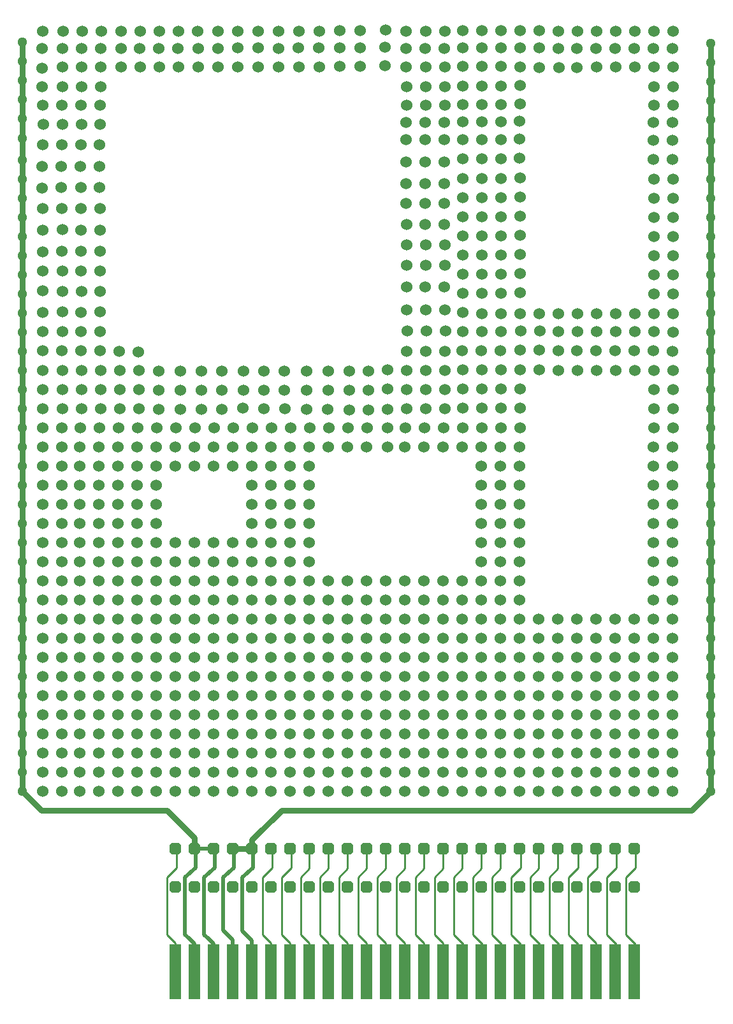
<source format=gbr>
%TF.GenerationSoftware,KiCad,Pcbnew,(6.0.0)*%
%TF.CreationDate,2022-08-25T16:51:24-03:00*%
%TF.ProjectId,BlankMSXCartHSH,426c616e-6b4d-4535-9843-617274485348,rev?*%
%TF.SameCoordinates,Original*%
%TF.FileFunction,Copper,L2,Bot*%
%TF.FilePolarity,Positive*%
%FSLAX46Y46*%
G04 Gerber Fmt 4.6, Leading zero omitted, Abs format (unit mm)*
G04 Created by KiCad (PCBNEW (6.0.0)) date 2022-08-25 16:51:24*
%MOMM*%
%LPD*%
G01*
G04 APERTURE LIST*
G04 Aperture macros list*
%AMOutline5P*
0 Free polygon, 5 corners , with rotation*
0 The origin of the aperture is its center*
0 number of corners: always 5*
0 $1 to $10 corner X, Y*
0 $11 Rotation angle, in degrees counterclockwise*
0 create outline with 5 corners*
4,1,5,$1,$2,$3,$4,$5,$6,$7,$8,$9,$10,$1,$2,$11*%
%AMOutline6P*
0 Free polygon, 6 corners , with rotation*
0 The origin of the aperture is its center*
0 number of corners: always 6*
0 $1 to $12 corner X, Y*
0 $13 Rotation angle, in degrees counterclockwise*
0 create outline with 6 corners*
4,1,6,$1,$2,$3,$4,$5,$6,$7,$8,$9,$10,$11,$12,$1,$2,$13*%
%AMOutline7P*
0 Free polygon, 7 corners , with rotation*
0 The origin of the aperture is its center*
0 number of corners: always 7*
0 $1 to $14 corner X, Y*
0 $15 Rotation angle, in degrees counterclockwise*
0 create outline with 7 corners*
4,1,7,$1,$2,$3,$4,$5,$6,$7,$8,$9,$10,$11,$12,$13,$14,$1,$2,$15*%
%AMOutline8P*
0 Free polygon, 8 corners , with rotation*
0 The origin of the aperture is its center*
0 number of corners: always 8*
0 $1 to $16 corner X, Y*
0 $17 Rotation angle, in degrees counterclockwise*
0 create outline with 8 corners*
4,1,8,$1,$2,$3,$4,$5,$6,$7,$8,$9,$10,$11,$12,$13,$14,$15,$16,$1,$2,$17*%
G04 Aperture macros list end*
%TA.AperFunction,SMDPad,CuDef*%
%ADD10R,1.524000X7.366000*%
%TD*%
%TA.AperFunction,ComponentPad*%
%ADD11Outline8P,-0.800100X0.400050X-0.400050X0.800100X0.400050X0.800100X0.800100X0.400050X0.800100X-0.400050X0.400050X-0.800100X-0.400050X-0.800100X-0.800100X-0.400050X0.000000*%
%TD*%
%TA.AperFunction,ViaPad*%
%ADD12C,1.524000*%
%TD*%
%TA.AperFunction,ViaPad*%
%ADD13C,1.295400*%
%TD*%
%TA.AperFunction,Conductor*%
%ADD14C,0.762000*%
%TD*%
%TA.AperFunction,Conductor*%
%ADD15C,0.254000*%
%TD*%
%TA.AperFunction,Conductor*%
%ADD16C,0.508000*%
%TD*%
G04 APERTURE END LIST*
D10*
%TO.P,CN1,1*%
%TO.N,N$28*%
X140190000Y-178533000D03*
%TO.P,CN1,3*%
%TO.N,N$29*%
X137650000Y-178533000D03*
%TO.P,CN1,5*%
%TO.N,N$30*%
X135110000Y-178533000D03*
%TO.P,CN1,7*%
%TO.N,N$31*%
X132570000Y-178533000D03*
%TO.P,CN1,9*%
%TO.N,N$32*%
X130030000Y-178533000D03*
%TO.P,CN1,11*%
%TO.N,N$33*%
X127490000Y-178533000D03*
%TO.P,CN1,13*%
%TO.N,N$304*%
X124950000Y-178533000D03*
%TO.P,CN1,15*%
%TO.N,N$303*%
X122410000Y-178533000D03*
%TO.P,CN1,17*%
%TO.N,N$302*%
X119870000Y-178533000D03*
%TO.P,CN1,19*%
%TO.N,N$49*%
X117330000Y-178533000D03*
%TO.P,CN1,21*%
%TO.N,N$48*%
X114790000Y-178533000D03*
%TO.P,CN1,23*%
%TO.N,N$47*%
X112250000Y-178533000D03*
%TO.P,CN1,25*%
%TO.N,N$46*%
X109710000Y-178533000D03*
%TO.P,CN1,27*%
%TO.N,N$45*%
X107170000Y-178533000D03*
%TO.P,CN1,29*%
%TO.N,N$44*%
X104630000Y-178533000D03*
%TO.P,CN1,31*%
%TO.N,N$43*%
X102090000Y-178533000D03*
%TO.P,CN1,33*%
%TO.N,N$42*%
X99550000Y-178533000D03*
%TO.P,CN1,35*%
%TO.N,N$41*%
X97010000Y-178533000D03*
%TO.P,CN1,37*%
%TO.N,N$40*%
X94470000Y-178533000D03*
%TO.P,CN1,39*%
%TO.N,N$39*%
X91930000Y-178533000D03*
%TO.P,CN1,41*%
%TO.N,GND*%
X89390000Y-178533000D03*
%TO.P,CN1,43*%
X86850000Y-178533000D03*
%TO.P,CN1,45*%
%TO.N,+5V*%
X84310000Y-178533000D03*
%TO.P,CN1,47*%
X81770000Y-178533000D03*
%TO.P,CN1,49*%
%TO.N,N$34*%
X79230000Y-178533000D03*
%TD*%
D11*
%TO.P,PAD1,1*%
%TO.N,N$1*%
X140190000Y-167230000D03*
%TD*%
%TO.P,PAD2,1*%
%TO.N,N$2*%
X137650000Y-167230000D03*
%TD*%
%TO.P,PAD3,1*%
%TO.N,N$4*%
X135110000Y-167230000D03*
%TD*%
%TO.P,PAD4,1*%
%TO.N,N$6*%
X132570000Y-167230000D03*
%TD*%
%TO.P,PAD5,1*%
%TO.N,N$7*%
X130030000Y-167230000D03*
%TD*%
%TO.P,PAD6,1*%
%TO.N,N$8*%
X127490000Y-167230000D03*
%TD*%
%TO.P,PAD7,1*%
%TO.N,N$9*%
X124950000Y-167230000D03*
%TD*%
%TO.P,PAD8,1*%
%TO.N,N$10*%
X122410000Y-167230000D03*
%TD*%
%TO.P,PAD9,1*%
%TO.N,N$11*%
X119870000Y-167230000D03*
%TD*%
%TO.P,PAD10,1*%
%TO.N,N$12*%
X117330000Y-167230000D03*
%TD*%
%TO.P,PAD11,1*%
%TO.N,N$13*%
X114790000Y-167230000D03*
%TD*%
%TO.P,PAD12,1*%
%TO.N,N$14*%
X112250000Y-167230000D03*
%TD*%
%TO.P,PAD13,1*%
%TO.N,N$15*%
X109710000Y-167230000D03*
%TD*%
%TO.P,PAD14,1*%
%TO.N,N$16*%
X107170000Y-167230000D03*
%TD*%
%TO.P,PAD15,1*%
%TO.N,N$17*%
X104630000Y-167230000D03*
%TD*%
%TO.P,PAD16,1*%
%TO.N,N$18*%
X102090000Y-167230000D03*
%TD*%
%TO.P,PAD17,1*%
%TO.N,N$19*%
X99550000Y-167230000D03*
%TD*%
%TO.P,PAD18,1*%
%TO.N,N$20*%
X97010000Y-167230000D03*
%TD*%
%TO.P,PAD19,1*%
%TO.N,N$21*%
X94470000Y-167230000D03*
%TD*%
%TO.P,PAD20,1*%
%TO.N,N$22*%
X91930000Y-167230000D03*
%TD*%
%TO.P,PAD21,1*%
%TO.N,N$23*%
X89390000Y-167230000D03*
%TD*%
%TO.P,PAD22,1*%
%TO.N,N$24*%
X86850000Y-167230000D03*
%TD*%
%TO.P,PAD23,1*%
%TO.N,N$25*%
X84310000Y-167230000D03*
%TD*%
%TO.P,PAD24,1*%
%TO.N,N$26*%
X81770000Y-167230000D03*
%TD*%
%TO.P,PAD25,1*%
%TO.N,N$27*%
X79230000Y-167230000D03*
%TD*%
%TO.P,PAD26,1*%
%TO.N,N$28*%
X140190000Y-162150000D03*
%TD*%
%TO.P,PAD27,1*%
%TO.N,N$29*%
X137650000Y-162150000D03*
%TD*%
%TO.P,PAD29,1*%
%TO.N,N$31*%
X132570000Y-162150000D03*
%TD*%
%TO.P,PAD30,1*%
%TO.N,N$32*%
X130030000Y-162150000D03*
%TD*%
%TO.P,PAD31,1*%
%TO.N,N$33*%
X127490000Y-162150000D03*
%TD*%
%TO.P,PAD32,1*%
%TO.N,N$34*%
X79230000Y-162150000D03*
%TD*%
%TO.P,PAD33,1*%
%TO.N,+5V*%
X81770000Y-162150000D03*
%TD*%
%TO.P,PAD34,1*%
%TO.N,+5V*%
X84310000Y-162150000D03*
%TD*%
%TO.P,PAD37,1*%
%TO.N,N$39*%
X91930000Y-162150000D03*
%TD*%
%TO.P,PAD38,1*%
%TO.N,N$40*%
X94470000Y-162150000D03*
%TD*%
%TO.P,PAD39,1*%
%TO.N,N$41*%
X97010000Y-162150000D03*
%TD*%
%TO.P,PAD40,1*%
%TO.N,N$42*%
X99550000Y-162150000D03*
%TD*%
%TO.P,PAD41,1*%
%TO.N,N$43*%
X102090000Y-162150000D03*
%TD*%
%TO.P,PAD42,1*%
%TO.N,N$44*%
X104630000Y-162150000D03*
%TD*%
%TO.P,PAD43,1*%
%TO.N,N$45*%
X107170000Y-162150000D03*
%TD*%
%TO.P,PAD44,1*%
%TO.N,N$46*%
X109710000Y-162150000D03*
%TD*%
%TO.P,PAD45,1*%
%TO.N,N$47*%
X112250000Y-162150000D03*
%TD*%
%TO.P,PAD46,1*%
%TO.N,N$48*%
X114790000Y-162150000D03*
%TD*%
%TO.P,PAD47,1*%
%TO.N,N$49*%
X117330000Y-162150000D03*
%TD*%
%TO.P,PAD48,1*%
%TO.N,N$302*%
X119870000Y-162150000D03*
%TD*%
%TO.P,PAD49,1*%
%TO.N,N$303*%
X122410000Y-162150000D03*
%TD*%
%TO.P,PAD50,1*%
%TO.N,N$304*%
X124950000Y-162150000D03*
%TD*%
%TO.P,PAD28,1*%
%TO.N,GND*%
X86850000Y-162150000D03*
%TD*%
%TO.P,PAD35,1*%
%TO.N,GND*%
X89390000Y-162150000D03*
%TD*%
%TO.P,PAD36,1*%
%TO.N,N$30*%
X135110000Y-162150000D03*
%TD*%
D12*
%TO.N,*%
X145240000Y-96160000D03*
X132570000Y-96080000D03*
X135110000Y-96080000D03*
X140190000Y-96080000D03*
X137650000Y-96080000D03*
X130080000Y-96080000D03*
X142730000Y-96080000D03*
X127550000Y-95990000D03*
X125010000Y-95990000D03*
X117360000Y-96070000D03*
X119900000Y-96070000D03*
X122440000Y-96070000D03*
X71760000Y-96100000D03*
X74330000Y-96220000D03*
D13*
%TO.N,+5V*%
X58940000Y-57610000D03*
X58940000Y-65230000D03*
X58940000Y-62690000D03*
X58940000Y-55070000D03*
X58940000Y-60150000D03*
%TO.N,GND*%
X150370000Y-57800000D03*
X150370000Y-65420000D03*
X150370000Y-55260000D03*
X150370000Y-62880000D03*
X150370000Y-60340000D03*
D12*
%TO.N,*%
X130150000Y-93500000D03*
X137720000Y-93500000D03*
X135180000Y-93500000D03*
X140260000Y-93500000D03*
X132640000Y-93500000D03*
X142800000Y-93500000D03*
X127620000Y-93410000D03*
X125080000Y-93410000D03*
%TO.N,unconnected-(U3-Pad3)*%
X127590000Y-98570000D03*
%TO.N,unconnected-(U3-Pad38)*%
X140230000Y-98660000D03*
%TO.N,unconnected-(U3-Pad39)*%
X137690000Y-98660000D03*
%TO.N,unconnected-(U3-Pad1)*%
X132610000Y-98660000D03*
%TO.N,unconnected-(U3-Pad40)*%
X135150000Y-98660000D03*
%TO.N,unconnected-(U3-Pad2)*%
X130120000Y-98660000D03*
%TO.N,*%
X130140000Y-53660000D03*
X130110000Y-55900000D03*
%TO.N,unconnected-(U2-Pad2)*%
X130180000Y-58440000D03*
%TO.N,*%
X125070000Y-53570000D03*
X127610000Y-53570000D03*
X122530000Y-53570000D03*
X119990000Y-53570000D03*
X117450000Y-53570000D03*
X125040000Y-55810000D03*
X127580000Y-55810000D03*
X122500000Y-55810000D03*
X119960000Y-55810000D03*
X117420000Y-55810000D03*
X122510000Y-73170000D03*
X119970000Y-73170000D03*
%TO.N,unconnected-(U2-Pad10)*%
X125010000Y-73130000D03*
%TO.N,*%
X117430000Y-73170000D03*
X119970000Y-78250000D03*
X122510000Y-78250000D03*
%TO.N,unconnected-(U2-Pad11)*%
X125010000Y-75670000D03*
%TO.N,unconnected-(U2-Pad12)*%
X125010000Y-78210000D03*
%TO.N,*%
X117430000Y-75710000D03*
X119970000Y-75710000D03*
X117430000Y-78250000D03*
X122510000Y-75710000D03*
X122510000Y-83330000D03*
X119970000Y-80790000D03*
X117430000Y-80790000D03*
X122510000Y-80790000D03*
%TO.N,unconnected-(U2-Pad13)*%
X125010000Y-80750000D03*
%TO.N,*%
X122510000Y-85870000D03*
X119970000Y-85870000D03*
%TO.N,unconnected-(U2-Pad15)*%
X125010000Y-85830000D03*
%TO.N,*%
X117430000Y-85870000D03*
%TO.N,unconnected-(U2-Pad14)*%
X125010000Y-83290000D03*
%TO.N,*%
X117430000Y-83330000D03*
X119970000Y-83330000D03*
X119970000Y-91130000D03*
X122510000Y-88410000D03*
%TO.N,unconnected-(U2-Pad16)*%
X125010000Y-88370000D03*
%TO.N,unconnected-(U2-Pad17)*%
X125043333Y-91130000D03*
%TO.N,*%
X117430000Y-90950000D03*
X117430000Y-88410000D03*
X119970000Y-88410000D03*
X122510000Y-91130000D03*
X122510000Y-93490000D03*
%TO.N,unconnected-(U2-Pad19)*%
X130109999Y-91130000D03*
%TO.N,unconnected-(U2-Pad18)*%
X127576666Y-91130000D03*
%TO.N,*%
X117430000Y-93490000D03*
X119970000Y-93490000D03*
X119970000Y-101110000D03*
X119970000Y-98570000D03*
X117430000Y-98570000D03*
X122510000Y-98570000D03*
%TO.N,unconnected-(U3-Pad5)*%
X125050000Y-101110000D03*
%TO.N,*%
X117430000Y-101110000D03*
%TO.N,unconnected-(U3-Pad4)*%
X125050000Y-98570000D03*
%TO.N,*%
X122510000Y-101110000D03*
X122510000Y-103650000D03*
X119970000Y-103650000D03*
%TO.N,unconnected-(U3-Pad6)*%
X125050000Y-103650000D03*
%TO.N,*%
X117430000Y-103650000D03*
X122520000Y-58310000D03*
X117440000Y-63360000D03*
X117440000Y-58310000D03*
X117400000Y-65640000D03*
X117400000Y-67980000D03*
%TO.N,unconnected-(U2-Pad4)*%
X125010000Y-58400000D03*
%TO.N,unconnected-(U2-Pad9)*%
X124980000Y-70480000D03*
%TO.N,*%
X122520000Y-60890000D03*
X119980000Y-60890000D03*
%TO.N,unconnected-(U2-Pad3)*%
X127540000Y-58460000D03*
%TO.N,*%
X119940000Y-65640000D03*
X117440000Y-60890000D03*
%TO.N,unconnected-(U2-Pad7)*%
X124980000Y-65600000D03*
%TO.N,*%
X119980000Y-58310000D03*
X119940000Y-67980000D03*
X117400000Y-70520000D03*
X122480000Y-70520000D03*
X119940000Y-70520000D03*
X119980000Y-63360000D03*
X122520000Y-63360000D03*
X122480000Y-67980000D03*
X122480000Y-65640000D03*
%TO.N,unconnected-(U2-Pad8)*%
X124980000Y-67940000D03*
%TO.N,unconnected-(U2-Pad5)*%
X125020000Y-60850000D03*
%TO.N,unconnected-(U2-Pad6)*%
X125020000Y-63320000D03*
%TO.N,*%
X109910000Y-53640000D03*
X140250000Y-53660000D03*
X112480000Y-53640000D03*
X145330000Y-53660000D03*
X142790000Y-53660000D03*
X137710000Y-53660000D03*
X135170000Y-53660000D03*
X132630000Y-53660000D03*
X115020000Y-53640000D03*
X61590000Y-53660000D03*
X66870000Y-53630000D03*
X64340000Y-53630000D03*
X69380000Y-53640000D03*
X107130000Y-53490000D03*
%TO.N,unconnected-(U1-Pad97)*%
X103780000Y-53580000D03*
%TO.N,unconnected-(U1-Pad100)*%
X101060000Y-53580000D03*
%TO.N,unconnected-(U1-Pad103)*%
X98340000Y-53590000D03*
%TO.N,unconnected-(U1-Pad115)*%
X87550000Y-53630000D03*
%TO.N,unconnected-(U1-Pad127)*%
X77090000Y-53640000D03*
%TO.N,unconnected-(U1-Pad118)*%
X84900000Y-53640000D03*
%TO.N,*%
X72030000Y-53640000D03*
%TO.N,unconnected-(U1-Pad109)*%
X92930000Y-53640000D03*
%TO.N,unconnected-(U1-Pad106)*%
X95620000Y-53590000D03*
%TO.N,unconnected-(U1-Pad112)*%
X90240000Y-53610000D03*
%TO.N,unconnected-(U1-Pad121)*%
X82170000Y-53640000D03*
%TO.N,*%
X74550000Y-53640000D03*
%TO.N,unconnected-(U1-Pad124)*%
X79630000Y-53640000D03*
%TO.N,*%
X74360000Y-98700000D03*
X74360000Y-103780000D03*
X74360000Y-101240000D03*
%TO.N,unconnected-(U1-Pad3)*%
X69270000Y-66010000D03*
%TO.N,unconnected-(U1-Pad9)*%
X69150000Y-71610000D03*
%TO.N,unconnected-(U1-Pad6)*%
X69190000Y-68740000D03*
%TO.N,unconnected-(U1-Pad12)*%
X69170000Y-74390000D03*
%TO.N,unconnected-(U1-Pad18)*%
X69230000Y-80040000D03*
%TO.N,unconnected-(U1-Pad15)*%
X69230000Y-77130000D03*
%TO.N,unconnected-(U1-Pad21)*%
X69220000Y-82820000D03*
%TO.N,unconnected-(U1-Pad24)*%
X69220000Y-85480000D03*
%TO.N,unconnected-(U1-Pad27)*%
X69250000Y-88200000D03*
%TO.N,*%
X69240000Y-93480000D03*
%TO.N,unconnected-(U1-Pad30)*%
X69240000Y-90860000D03*
%TO.N,unconnected-(U1-Pad1)*%
X64210000Y-66010000D03*
%TO.N,unconnected-(U1-Pad7)*%
X64090000Y-71610000D03*
%TO.N,unconnected-(U1-Pad4)*%
X64130000Y-68740000D03*
%TO.N,unconnected-(U1-Pad10)*%
X64110000Y-74390000D03*
%TO.N,unconnected-(U1-Pad101)*%
X101030000Y-55820000D03*
%TO.N,unconnected-(U1-Pad104)*%
X98310000Y-55830000D03*
%TO.N,*%
X107120000Y-58230000D03*
%TO.N,unconnected-(U1-Pad105)*%
X98330000Y-58330000D03*
%TO.N,*%
X107100000Y-55730000D03*
%TO.N,unconnected-(U1-Pad98)*%
X103750000Y-55820000D03*
%TO.N,unconnected-(U1-Pad99)*%
X103770000Y-58320000D03*
%TO.N,unconnected-(U1-Pad102)*%
X101050000Y-58320000D03*
%TO.N,*%
X74540000Y-58380000D03*
%TO.N,unconnected-(U1-Pad126)*%
X79620000Y-58380000D03*
%TO.N,unconnected-(U1-Pad128)*%
X77060000Y-55880000D03*
%TO.N,unconnected-(U1-Pad116)*%
X87520000Y-55870000D03*
%TO.N,unconnected-(U1-Pad125)*%
X79600000Y-55880000D03*
%TO.N,*%
X72000000Y-55880000D03*
%TO.N,unconnected-(U1-Pad120)*%
X84890000Y-58380000D03*
%TO.N,unconnected-(U1-Pad110)*%
X92900000Y-55880000D03*
%TO.N,unconnected-(U1-Pad114)*%
X90230000Y-58350000D03*
%TO.N,unconnected-(U1-Pad122)*%
X82280000Y-55880000D03*
%TO.N,*%
X74520000Y-55880000D03*
%TO.N,unconnected-(U1-Pad119)*%
X84870000Y-55880000D03*
%TO.N,unconnected-(U1-Pad123)*%
X82290000Y-58380000D03*
%TO.N,unconnected-(U1-Pad107)*%
X95590000Y-55830000D03*
%TO.N,*%
X77080000Y-58380000D03*
%TO.N,unconnected-(U1-Pad113)*%
X90210000Y-55850000D03*
%TO.N,unconnected-(U1-Pad111)*%
X92920000Y-58380000D03*
%TO.N,unconnected-(U1-Pad117)*%
X87540000Y-58370000D03*
%TO.N,unconnected-(U1-Pad108)*%
X95610000Y-58330000D03*
%TO.N,*%
X72020000Y-58380000D03*
X61560000Y-55900000D03*
X64270000Y-55880000D03*
X66810000Y-55880000D03*
X69350000Y-55880000D03*
X61670000Y-66030000D03*
X61530000Y-71613629D03*
X61580000Y-68700000D03*
X61630000Y-63450000D03*
X61560000Y-61030905D03*
X61560000Y-58532724D03*
X64230000Y-58380000D03*
X69310000Y-60960000D03*
X66770000Y-58380000D03*
%TO.N,unconnected-(U1-Pad2)*%
X66760000Y-66010000D03*
%TO.N,*%
X64180000Y-63430000D03*
X66720000Y-63430000D03*
X66770000Y-60960000D03*
X69310000Y-58380000D03*
X69260000Y-63430000D03*
X64230000Y-60960000D03*
%TO.N,unconnected-(U1-Pad5)*%
X66680000Y-68740000D03*
%TO.N,unconnected-(U1-Pad8)*%
X66640000Y-71610000D03*
%TO.N,*%
X109880000Y-55880000D03*
%TO.N,unconnected-(U1-Pad88)*%
X109910000Y-73890000D03*
%TO.N,unconnected-(U1-Pad82)*%
X109920000Y-79310000D03*
%TO.N,unconnected-(U1-Pad85)*%
X109860000Y-76510000D03*
%TO.N,unconnected-(U1-Pad79)*%
X109940000Y-82000000D03*
%TO.N,unconnected-(U1-Pad73)*%
X109930000Y-87620000D03*
%TO.N,unconnected-(U1-Pad76)*%
X109940000Y-84670000D03*
%TO.N,unconnected-(U1-Pad67)*%
X110050000Y-93420000D03*
%TO.N,unconnected-(U1-Pad70)*%
X109940000Y-90660000D03*
%TO.N,*%
X109940000Y-96110000D03*
%TO.N,unconnected-(U1-Pad91)*%
X109890000Y-70970000D03*
%TO.N,*%
X109950000Y-60960000D03*
X109900000Y-58380000D03*
%TO.N,unconnected-(U1-Pad94)*%
X109910000Y-68050000D03*
%TO.N,*%
X109910000Y-65710000D03*
X109950000Y-63430000D03*
X112470000Y-58380000D03*
%TO.N,unconnected-(U2-Pad38)*%
X140240000Y-58400000D03*
%TO.N,unconnected-(U2-Pad39)*%
X137700000Y-58400000D03*
%TO.N,unconnected-(U2-Pad37)*%
X142780000Y-58400000D03*
%TO.N,unconnected-(U2-Pad1)*%
X132570000Y-58480000D03*
%TO.N,*%
X145320000Y-58400000D03*
%TO.N,unconnected-(U2-Pad35)*%
X142780000Y-63450000D03*
%TO.N,*%
X115010000Y-58380000D03*
%TO.N,unconnected-(U2-Pad40)*%
X135160000Y-58400000D03*
%TO.N,*%
X145320000Y-63450000D03*
%TO.N,unconnected-(U1-Pad95)*%
X114970000Y-65710000D03*
%TO.N,*%
X145320000Y-60980000D03*
%TO.N,unconnected-(U1-Pad90)*%
X112410000Y-70970000D03*
%TO.N,*%
X145280000Y-70610000D03*
%TO.N,unconnected-(U2-Pad32)*%
X142740000Y-70610000D03*
%TO.N,unconnected-(U2-Pad33)*%
X142740000Y-68070000D03*
%TO.N,unconnected-(U2-Pad36)*%
X142780000Y-60980000D03*
%TO.N,*%
X112470000Y-60960000D03*
%TO.N,unconnected-(U1-Pad93)*%
X112430000Y-68050000D03*
%TO.N,*%
X145280000Y-68070000D03*
%TO.N,unconnected-(U1-Pad92)*%
X114970000Y-68050000D03*
%TO.N,*%
X115010000Y-63430000D03*
X112470000Y-63430000D03*
X145280000Y-65730000D03*
%TO.N,unconnected-(U1-Pad96)*%
X112430000Y-65710000D03*
%TO.N,*%
X115010000Y-60960000D03*
%TO.N,unconnected-(U2-Pad34)*%
X142740000Y-65730000D03*
%TO.N,unconnected-(U1-Pad89)*%
X114950000Y-70970000D03*
%TO.N,*%
X145300000Y-55900000D03*
X137680000Y-55900000D03*
X142760000Y-55900000D03*
X135140000Y-55900000D03*
X114990000Y-55880000D03*
X112450000Y-55880000D03*
X140220000Y-55900000D03*
X132600000Y-55900000D03*
X61560000Y-74451810D03*
%TO.N,unconnected-(U1-Pad11)*%
X66660000Y-74390000D03*
%TO.N,unconnected-(U2-Pad31)*%
X142770000Y-73260000D03*
%TO.N,*%
X145310000Y-73260000D03*
%TO.N,unconnected-(U1-Pad87)*%
X112430000Y-73890000D03*
%TO.N,unconnected-(U1-Pad86)*%
X114970000Y-73890000D03*
%TO.N,*%
X61620000Y-77150000D03*
%TO.N,unconnected-(U1-Pad13)*%
X64170000Y-77130000D03*
%TO.N,unconnected-(U1-Pad14)*%
X66720000Y-77130000D03*
%TO.N,unconnected-(U2-Pad30)*%
X142770000Y-75800000D03*
%TO.N,*%
X145310000Y-75800000D03*
%TO.N,unconnected-(U1-Pad84)*%
X112380000Y-76510000D03*
%TO.N,unconnected-(U1-Pad83)*%
X114920000Y-76510000D03*
%TO.N,*%
X61620000Y-80060000D03*
%TO.N,unconnected-(U1-Pad16)*%
X64250000Y-80000000D03*
%TO.N,unconnected-(U1-Pad17)*%
X66720000Y-80040000D03*
%TO.N,unconnected-(U2-Pad29)*%
X142770000Y-78340000D03*
%TO.N,*%
X145310000Y-78340000D03*
%TO.N,unconnected-(U1-Pad81)*%
X112440000Y-79310000D03*
%TO.N,unconnected-(U1-Pad80)*%
X114980000Y-79310000D03*
%TO.N,*%
X61580000Y-82900000D03*
%TO.N,unconnected-(U1-Pad19)*%
X64150000Y-82820000D03*
%TO.N,unconnected-(U1-Pad20)*%
X66710000Y-82820000D03*
%TO.N,unconnected-(U2-Pad28)*%
X142770000Y-80880000D03*
%TO.N,*%
X145310000Y-80880000D03*
%TO.N,unconnected-(U1-Pad78)*%
X112460000Y-82000000D03*
%TO.N,unconnected-(U1-Pad77)*%
X115000000Y-82000000D03*
%TO.N,*%
X61610000Y-85500000D03*
%TO.N,unconnected-(U1-Pad22)*%
X64240000Y-85480000D03*
%TO.N,unconnected-(U1-Pad23)*%
X66710000Y-85480000D03*
%TO.N,unconnected-(U2-Pad27)*%
X142770000Y-83420000D03*
%TO.N,*%
X145310000Y-83420000D03*
%TO.N,unconnected-(U1-Pad75)*%
X112460000Y-84670000D03*
%TO.N,unconnected-(U1-Pad74)*%
X115000000Y-84670000D03*
%TO.N,*%
X61600000Y-88070000D03*
%TO.N,unconnected-(U1-Pad25)*%
X64270000Y-88200000D03*
%TO.N,unconnected-(U1-Pad26)*%
X66740000Y-88200000D03*
%TO.N,unconnected-(U2-Pad26)*%
X142770000Y-85960000D03*
%TO.N,*%
X145310000Y-85960000D03*
%TO.N,unconnected-(U1-Pad72)*%
X112450000Y-87620000D03*
%TO.N,unconnected-(U1-Pad71)*%
X114990000Y-87620000D03*
%TO.N,*%
X61630000Y-90960000D03*
%TO.N,unconnected-(U1-Pad28)*%
X64260000Y-90890000D03*
%TO.N,unconnected-(U1-Pad29)*%
X66730000Y-90940000D03*
%TO.N,unconnected-(U2-Pad25)*%
X142770000Y-88500000D03*
%TO.N,*%
X145310000Y-88500000D03*
%TO.N,unconnected-(U1-Pad69)*%
X112460000Y-90660000D03*
%TO.N,unconnected-(U1-Pad68)*%
X115000000Y-90660000D03*
%TO.N,*%
X61630000Y-93500000D03*
%TO.N,unconnected-(U1-Pad31)*%
X64260000Y-93480000D03*
%TO.N,unconnected-(U1-Pad32)*%
X66730000Y-93480000D03*
%TO.N,unconnected-(U2-Pad24)*%
X142776664Y-91130000D03*
%TO.N,*%
X145310000Y-91130000D03*
%TO.N,unconnected-(U1-Pad66)*%
X112570000Y-93420000D03*
%TO.N,unconnected-(U1-Pad65)*%
X115110000Y-93420000D03*
%TO.N,*%
X61630000Y-96040000D03*
X69270000Y-96020000D03*
X66730000Y-96020000D03*
X64190000Y-96020000D03*
%TO.N,unconnected-(U2-Pad23)*%
X140243331Y-91130000D03*
%TO.N,*%
X145310000Y-93580000D03*
%TO.N,unconnected-(U2-Pad21)*%
X135176665Y-91130000D03*
%TO.N,unconnected-(U2-Pad22)*%
X137709998Y-91130000D03*
%TO.N,unconnected-(U2-Pad20)*%
X132643332Y-91130000D03*
%TO.N,*%
X112460000Y-96110000D03*
X115000000Y-96110000D03*
X61640000Y-98660000D03*
X69280000Y-98640000D03*
X66740000Y-98640000D03*
X64200000Y-98640000D03*
%TO.N,unconnected-(U3-Pad37)*%
X142770000Y-98660000D03*
%TO.N,*%
X145310000Y-98660000D03*
X112460000Y-98640000D03*
X115000000Y-98640000D03*
X109920000Y-98640000D03*
X107430000Y-98600000D03*
%TO.N,unconnected-(U1-Pad62)*%
X102330000Y-98740000D03*
%TO.N,*%
X104870000Y-98730000D03*
%TO.N,unconnected-(U1-Pad56)*%
X96670000Y-98720000D03*
%TO.N,unconnected-(U1-Pad59)*%
X99520000Y-98740000D03*
%TO.N,unconnected-(U1-Pad50)*%
X91000000Y-98730000D03*
%TO.N,unconnected-(U1-Pad53)*%
X93710000Y-98720000D03*
%TO.N,unconnected-(U1-Pad44)*%
X85380000Y-98740000D03*
%TO.N,unconnected-(U1-Pad47)*%
X88260000Y-98750000D03*
%TO.N,unconnected-(U1-Pad38)*%
X79880000Y-98780000D03*
%TO.N,unconnected-(U1-Pad41)*%
X82720000Y-98780000D03*
%TO.N,*%
X71820000Y-98640000D03*
%TO.N,unconnected-(U1-Pad35)*%
X77010000Y-98780000D03*
%TO.N,*%
X61640000Y-101200000D03*
X69280000Y-101180000D03*
X66740000Y-101180000D03*
X64200000Y-101180000D03*
%TO.N,unconnected-(U3-Pad36)*%
X142770000Y-101200000D03*
%TO.N,*%
X145310000Y-101200000D03*
X112460000Y-101180000D03*
X115000000Y-101180000D03*
X109920000Y-101180000D03*
X107430000Y-101140000D03*
%TO.N,unconnected-(U1-Pad61)*%
X102330000Y-101280000D03*
%TO.N,unconnected-(U1-Pad64)*%
X104870000Y-101270000D03*
%TO.N,unconnected-(U1-Pad55)*%
X96670000Y-101260000D03*
%TO.N,unconnected-(U1-Pad58)*%
X99520000Y-101280000D03*
%TO.N,unconnected-(U1-Pad49)*%
X91000000Y-101270000D03*
%TO.N,unconnected-(U1-Pad52)*%
X93710000Y-101260000D03*
%TO.N,unconnected-(U1-Pad43)*%
X85380000Y-101280000D03*
%TO.N,unconnected-(U1-Pad46)*%
X88260000Y-101290000D03*
%TO.N,unconnected-(U1-Pad37)*%
X79880000Y-101320000D03*
%TO.N,unconnected-(U1-Pad40)*%
X82720000Y-101320000D03*
%TO.N,*%
X71820000Y-101180000D03*
%TO.N,unconnected-(U1-Pad34)*%
X77010000Y-101320000D03*
%TO.N,*%
X61640000Y-103740000D03*
X69280000Y-103720000D03*
X66740000Y-103720000D03*
X64200000Y-103720000D03*
%TO.N,unconnected-(U3-Pad35)*%
X142770000Y-103740000D03*
%TO.N,*%
X145310000Y-103740000D03*
X112460000Y-103720000D03*
X115000000Y-103720000D03*
X109920000Y-103720000D03*
X107430000Y-103810000D03*
%TO.N,unconnected-(U1-Pad60)*%
X102350000Y-103950000D03*
%TO.N,unconnected-(U1-Pad63)*%
X104890000Y-103950000D03*
%TO.N,unconnected-(U1-Pad54)*%
X96650000Y-103830000D03*
%TO.N,unconnected-(U1-Pad57)*%
X99500000Y-103800000D03*
%TO.N,unconnected-(U1-Pad48)*%
X91030000Y-103710000D03*
%TO.N,unconnected-(U1-Pad51)*%
X93750000Y-103760000D03*
%TO.N,unconnected-(U1-Pad42)*%
X85380000Y-103820000D03*
%TO.N,unconnected-(U1-Pad45)*%
X88230000Y-103680000D03*
%TO.N,unconnected-(U1-Pad36)*%
X79880000Y-103860000D03*
%TO.N,unconnected-(U1-Pad39)*%
X82720000Y-103860000D03*
%TO.N,*%
X71820000Y-103720000D03*
%TO.N,unconnected-(U1-Pad33)*%
X77010000Y-103860000D03*
%TO.N,*%
X74190000Y-106280000D03*
X71650000Y-106280000D03*
X69110000Y-106280000D03*
X66570000Y-106280000D03*
X64160000Y-106280000D03*
X61640000Y-106280000D03*
X84350000Y-106280000D03*
X81810000Y-106280000D03*
X79270000Y-106280000D03*
X76730000Y-106280000D03*
%TO.N,unconnected-(U3-Pad34)*%
X142770000Y-106280000D03*
%TO.N,*%
X145310000Y-106280000D03*
X122450000Y-106280000D03*
%TO.N,unconnected-(U3-Pad7)*%
X124990000Y-106280000D03*
%TO.N,*%
X117370000Y-106280000D03*
X119910000Y-106280000D03*
X112290000Y-106280000D03*
X114830000Y-106280000D03*
X107430000Y-106280000D03*
X109750000Y-106280000D03*
X102130000Y-106280000D03*
X104670000Y-106280000D03*
X97050000Y-106280000D03*
X99590000Y-106280000D03*
X91970000Y-106280000D03*
X94510000Y-106280000D03*
X86890000Y-106280000D03*
X89430000Y-106280000D03*
X74150000Y-108810000D03*
X71610000Y-108810000D03*
X69070000Y-108810000D03*
X66530000Y-108810000D03*
X64120000Y-108810000D03*
X61600000Y-108810000D03*
X84310000Y-108810000D03*
X81770000Y-108810000D03*
X79230000Y-108810000D03*
X76690000Y-108810000D03*
%TO.N,unconnected-(U3-Pad33)*%
X142730000Y-108810000D03*
%TO.N,*%
X145270000Y-108810000D03*
X122410000Y-108810000D03*
%TO.N,unconnected-(U3-Pad8)*%
X124950000Y-108810000D03*
%TO.N,unconnected-(U5-Pad15)*%
X117330000Y-108810000D03*
%TO.N,unconnected-(U5-Pad14)*%
X119870000Y-108810000D03*
%TO.N,unconnected-(U5-Pad17)*%
X112250000Y-108810000D03*
%TO.N,unconnected-(U5-Pad16)*%
X114790000Y-108810000D03*
%TO.N,unconnected-(U5-Pad19)*%
X107430000Y-108810000D03*
%TO.N,unconnected-(U5-Pad18)*%
X109710000Y-108810000D03*
%TO.N,unconnected-(U5-Pad21)*%
X102090000Y-108810000D03*
%TO.N,unconnected-(U5-Pad20)*%
X104630000Y-108810000D03*
%TO.N,unconnected-(U5-Pad23)*%
X97010000Y-108810000D03*
%TO.N,unconnected-(U5-Pad22)*%
X99550000Y-108810000D03*
%TO.N,*%
X91930000Y-108810000D03*
X94470000Y-108810000D03*
X86850000Y-108810000D03*
X89390000Y-108810000D03*
X74150000Y-111350000D03*
X71610000Y-111350000D03*
X69070000Y-111350000D03*
X66530000Y-111350000D03*
X64120000Y-111350000D03*
X61600000Y-111350000D03*
X79230000Y-111330000D03*
%TO.N,unconnected-(U4-Pad6)*%
X76690000Y-111330000D03*
%TO.N,*%
X94460000Y-111400000D03*
X91920000Y-111400000D03*
%TO.N,unconnected-(U3-Pad32)*%
X142730000Y-111350000D03*
%TO.N,*%
X145270000Y-111350000D03*
X122410000Y-111350000D03*
%TO.N,unconnected-(U3-Pad9)*%
X124950000Y-111350000D03*
%TO.N,unconnected-(U5-Pad13)*%
X119870000Y-111350000D03*
%TO.N,unconnected-(U5-Pad24)*%
X97010000Y-111350000D03*
%TO.N,*%
X86850000Y-111330000D03*
%TO.N,unconnected-(U4-Pad5)*%
X89390000Y-111330000D03*
%TO.N,*%
X81770000Y-111330000D03*
X84310000Y-111330000D03*
X74150000Y-113890000D03*
X71610000Y-113890000D03*
X69070000Y-113890000D03*
X66530000Y-113890000D03*
X64120000Y-113890000D03*
X61600000Y-113890000D03*
%TO.N,unconnected-(U4-Pad7)*%
X76690000Y-113870000D03*
%TO.N,*%
X94460000Y-113940000D03*
X91920000Y-113940000D03*
%TO.N,unconnected-(U3-Pad31)*%
X142730000Y-113890000D03*
%TO.N,*%
X145270000Y-113890000D03*
X122410000Y-113890000D03*
%TO.N,unconnected-(U3-Pad10)*%
X124950000Y-113890000D03*
%TO.N,*%
X119870000Y-113890000D03*
X97010000Y-113890000D03*
%TO.N,unconnected-(U4-Pad4)*%
X89390000Y-113870000D03*
%TO.N,*%
X74150000Y-116430000D03*
X71610000Y-116430000D03*
X69070000Y-116430000D03*
X66530000Y-116430000D03*
X64120000Y-116430000D03*
X61600000Y-116430000D03*
%TO.N,unconnected-(U4-Pad8)*%
X76690000Y-116410000D03*
%TO.N,*%
X94460000Y-116480000D03*
X91920000Y-116480000D03*
%TO.N,unconnected-(U3-Pad30)*%
X142730000Y-116430000D03*
%TO.N,*%
X145270000Y-116430000D03*
X122410000Y-116430000D03*
%TO.N,unconnected-(U3-Pad11)*%
X124950000Y-116430000D03*
%TO.N,*%
X119870000Y-116430000D03*
X97010000Y-116430000D03*
X89390000Y-116410000D03*
X74150000Y-118970000D03*
X71610000Y-118970000D03*
X69070000Y-118970000D03*
X66530000Y-118970000D03*
X64120000Y-118970000D03*
X61600000Y-118970000D03*
%TO.N,unconnected-(U4-Pad9)*%
X76690000Y-118950000D03*
%TO.N,*%
X94460000Y-119020000D03*
X91920000Y-119020000D03*
%TO.N,unconnected-(U3-Pad29)*%
X142730000Y-118970000D03*
%TO.N,*%
X145270000Y-118970000D03*
X122410000Y-118970000D03*
%TO.N,unconnected-(U3-Pad12)*%
X124950000Y-118970000D03*
%TO.N,*%
X119870000Y-118970000D03*
X97010000Y-118970000D03*
X89390000Y-118950000D03*
X74150000Y-121510000D03*
X71610000Y-121510000D03*
X69070000Y-121510000D03*
X66530000Y-121510000D03*
X64120000Y-121510000D03*
X61600000Y-121510000D03*
X79230000Y-121490000D03*
%TO.N,unconnected-(U4-Pad10)*%
X76690000Y-121490000D03*
%TO.N,*%
X94460000Y-121560000D03*
X91920000Y-121560000D03*
%TO.N,unconnected-(U3-Pad28)*%
X142730000Y-121510000D03*
%TO.N,*%
X145270000Y-121510000D03*
X122410000Y-121510000D03*
%TO.N,unconnected-(U3-Pad13)*%
X124950000Y-121510000D03*
%TO.N,*%
X119870000Y-121510000D03*
X97010000Y-121510000D03*
X86850000Y-121490000D03*
%TO.N,unconnected-(U4-Pad1)*%
X89390000Y-121490000D03*
%TO.N,*%
X81770000Y-121490000D03*
X84310000Y-121490000D03*
X74150000Y-124050000D03*
X71610000Y-124050000D03*
X69070000Y-124050000D03*
X66530000Y-124050000D03*
X64120000Y-124050000D03*
X61600000Y-124050000D03*
X84310000Y-124050000D03*
X81770000Y-124050000D03*
X79230000Y-124050000D03*
X76690000Y-124050000D03*
%TO.N,unconnected-(U3-Pad27)*%
X142730000Y-124050000D03*
%TO.N,*%
X145270000Y-124050000D03*
X122410000Y-124050000D03*
%TO.N,unconnected-(U3-Pad14)*%
X124950000Y-124050000D03*
%TO.N,unconnected-(U5-Pad12)*%
X119870000Y-124050000D03*
%TO.N,unconnected-(U5-Pad1)*%
X97010000Y-124050000D03*
%TO.N,*%
X91930000Y-124050000D03*
X94470000Y-124050000D03*
X86850000Y-124050000D03*
X89390000Y-124050000D03*
X74150000Y-126590000D03*
X71610000Y-126590000D03*
X69070000Y-126590000D03*
X66530000Y-126590000D03*
X64120000Y-126590000D03*
X61600000Y-126590000D03*
X84310000Y-126590000D03*
X81770000Y-126590000D03*
X79230000Y-126590000D03*
X76690000Y-126590000D03*
%TO.N,unconnected-(U3-Pad26)*%
X142730000Y-126590000D03*
%TO.N,*%
X145270000Y-126590000D03*
X122410000Y-126590000D03*
%TO.N,unconnected-(U3-Pad15)*%
X124950000Y-126590000D03*
%TO.N,unconnected-(U5-Pad10)*%
X117330000Y-126590000D03*
%TO.N,unconnected-(U5-Pad11)*%
X119870000Y-126590000D03*
%TO.N,unconnected-(U5-Pad8)*%
X112250000Y-126590000D03*
%TO.N,unconnected-(U5-Pad9)*%
X114790000Y-126590000D03*
%TO.N,unconnected-(U5-Pad6)*%
X107170000Y-126590000D03*
%TO.N,unconnected-(U5-Pad7)*%
X109710000Y-126590000D03*
%TO.N,unconnected-(U5-Pad4)*%
X102090000Y-126590000D03*
%TO.N,unconnected-(U5-Pad5)*%
X104630000Y-126590000D03*
%TO.N,unconnected-(U5-Pad2)*%
X97010000Y-126590000D03*
%TO.N,unconnected-(U5-Pad3)*%
X99550000Y-126590000D03*
%TO.N,*%
X91930000Y-126590000D03*
X94470000Y-126590000D03*
X86850000Y-126590000D03*
X89390000Y-126590000D03*
X74150000Y-129130000D03*
X71610000Y-129130000D03*
X69070000Y-129130000D03*
X66530000Y-129130000D03*
X64120000Y-129130000D03*
X61600000Y-129130000D03*
X84310000Y-129130000D03*
X81770000Y-129130000D03*
X79230000Y-129130000D03*
X76690000Y-129130000D03*
%TO.N,unconnected-(U3-Pad25)*%
X142730000Y-129130000D03*
%TO.N,*%
X145270000Y-129130000D03*
X122410000Y-129130000D03*
%TO.N,unconnected-(U3-Pad16)*%
X124950000Y-129130000D03*
%TO.N,*%
X117330000Y-129130000D03*
X119870000Y-129130000D03*
X112250000Y-129130000D03*
X114790000Y-129130000D03*
X107170000Y-129130000D03*
X109710000Y-129130000D03*
X102090000Y-129130000D03*
X104630000Y-129130000D03*
X97010000Y-129130000D03*
X99550000Y-129130000D03*
X91930000Y-129130000D03*
X94470000Y-129130000D03*
X86850000Y-129130000D03*
X89390000Y-129130000D03*
X74150000Y-131670000D03*
X71610000Y-131670000D03*
X69070000Y-131670000D03*
X66530000Y-131670000D03*
X64120000Y-131670000D03*
X61600000Y-131670000D03*
X84310000Y-131670000D03*
X81770000Y-131670000D03*
X79230000Y-131670000D03*
X76690000Y-131670000D03*
%TO.N,unconnected-(U3-Pad24)*%
X142730000Y-131670000D03*
%TO.N,*%
X145270000Y-131670000D03*
%TO.N,unconnected-(U3-Pad22)*%
X137650000Y-131670000D03*
%TO.N,unconnected-(U3-Pad23)*%
X140190000Y-131670000D03*
%TO.N,unconnected-(U3-Pad20)*%
X132570000Y-131670000D03*
%TO.N,unconnected-(U3-Pad21)*%
X135110000Y-131670000D03*
%TO.N,unconnected-(U3-Pad18)*%
X127490000Y-131670000D03*
%TO.N,unconnected-(U3-Pad19)*%
X130030000Y-131670000D03*
%TO.N,*%
X122410000Y-131670000D03*
%TO.N,unconnected-(U3-Pad17)*%
X124950000Y-131670000D03*
%TO.N,*%
X117330000Y-131670000D03*
X119870000Y-131670000D03*
X112250000Y-131670000D03*
X114790000Y-131670000D03*
X107170000Y-131670000D03*
X109710000Y-131670000D03*
X102090000Y-131670000D03*
X104630000Y-131670000D03*
X97010000Y-131670000D03*
X99550000Y-131670000D03*
X91930000Y-131670000D03*
X94470000Y-131670000D03*
X86850000Y-131670000D03*
X89390000Y-131670000D03*
X74150000Y-134210000D03*
X71610000Y-134210000D03*
X69070000Y-134210000D03*
X66530000Y-134210000D03*
X64120000Y-134210000D03*
X61600000Y-134210000D03*
X84310000Y-134210000D03*
X81770000Y-134210000D03*
X79230000Y-134210000D03*
X76690000Y-134210000D03*
X142730000Y-134210000D03*
X145270000Y-134210000D03*
X137650000Y-134210000D03*
X140190000Y-134210000D03*
X132570000Y-134210000D03*
X135110000Y-134210000D03*
X127490000Y-134210000D03*
X130030000Y-134210000D03*
X122410000Y-134210000D03*
X124950000Y-134210000D03*
X117330000Y-134210000D03*
X119870000Y-134210000D03*
X112250000Y-134210000D03*
X114790000Y-134210000D03*
X107170000Y-134210000D03*
X109710000Y-134210000D03*
X102090000Y-134210000D03*
X104630000Y-134210000D03*
X97010000Y-134210000D03*
X99550000Y-134210000D03*
X91930000Y-134210000D03*
X94470000Y-134210000D03*
X86850000Y-134210000D03*
X89390000Y-134210000D03*
X74150000Y-136750000D03*
X71610000Y-136750000D03*
X69070000Y-136750000D03*
X66530000Y-136750000D03*
X64120000Y-136750000D03*
X61600000Y-136750000D03*
X84310000Y-136750000D03*
X81770000Y-136750000D03*
X79230000Y-136750000D03*
X76690000Y-136750000D03*
X142730000Y-136750000D03*
X145270000Y-136750000D03*
X137650000Y-136750000D03*
X140190000Y-136750000D03*
X132570000Y-136750000D03*
X135110000Y-136750000D03*
X127490000Y-136750000D03*
X130030000Y-136750000D03*
X122410000Y-136750000D03*
X124950000Y-136750000D03*
X117330000Y-136750000D03*
X119870000Y-136750000D03*
X112250000Y-136750000D03*
X114790000Y-136750000D03*
X107170000Y-136750000D03*
X109710000Y-136750000D03*
X102090000Y-136750000D03*
X104630000Y-136750000D03*
X97010000Y-136750000D03*
X99550000Y-136750000D03*
X91930000Y-136750000D03*
X94470000Y-136750000D03*
X86850000Y-136750000D03*
X89390000Y-136750000D03*
X74150000Y-139290000D03*
X71610000Y-139290000D03*
X69070000Y-139290000D03*
X66530000Y-139290000D03*
X64120000Y-139290000D03*
X61600000Y-139290000D03*
X84310000Y-139290000D03*
X81770000Y-139290000D03*
X79230000Y-139290000D03*
X76690000Y-139290000D03*
X142730000Y-139290000D03*
X145270000Y-139290000D03*
X137650000Y-139290000D03*
X140190000Y-139290000D03*
X132570000Y-139290000D03*
X135110000Y-139290000D03*
X127490000Y-139290000D03*
X130030000Y-139290000D03*
X122410000Y-139290000D03*
X124950000Y-139290000D03*
X117330000Y-139290000D03*
X119870000Y-139290000D03*
X112250000Y-139290000D03*
X114790000Y-139290000D03*
X107170000Y-139290000D03*
X109710000Y-139290000D03*
X102090000Y-139290000D03*
X104630000Y-139290000D03*
X97010000Y-139290000D03*
X99550000Y-139290000D03*
X91930000Y-139290000D03*
X94470000Y-139290000D03*
X86850000Y-139290000D03*
X89390000Y-139290000D03*
X74150000Y-141830000D03*
X71610000Y-141830000D03*
X69070000Y-141830000D03*
X66530000Y-141830000D03*
X64120000Y-141830000D03*
X61600000Y-141830000D03*
X84310000Y-141830000D03*
X81770000Y-141830000D03*
X79230000Y-141830000D03*
X76690000Y-141830000D03*
X142730000Y-141830000D03*
X145270000Y-141830000D03*
X137650000Y-141830000D03*
X140190000Y-141830000D03*
X132570000Y-141830000D03*
X135110000Y-141830000D03*
X127490000Y-141830000D03*
X130030000Y-141830000D03*
X122410000Y-141830000D03*
X124950000Y-141830000D03*
X117330000Y-141830000D03*
X119870000Y-141830000D03*
X112250000Y-141830000D03*
X114790000Y-141830000D03*
X107170000Y-141830000D03*
X109710000Y-141830000D03*
X102090000Y-141830000D03*
X104630000Y-141830000D03*
X97010000Y-141830000D03*
X99550000Y-141830000D03*
X91930000Y-141830000D03*
X94470000Y-141830000D03*
X86850000Y-141830000D03*
X89390000Y-141830000D03*
X74150000Y-144370000D03*
X71610000Y-144370000D03*
X69070000Y-144370000D03*
X66530000Y-144370000D03*
X64120000Y-144370000D03*
X61600000Y-144370000D03*
X84310000Y-144370000D03*
X81770000Y-144370000D03*
X79230000Y-144370000D03*
X76690000Y-144370000D03*
X142730000Y-144370000D03*
X145270000Y-144370000D03*
X137650000Y-144370000D03*
X140190000Y-144370000D03*
X132570000Y-144370000D03*
X135110000Y-144370000D03*
X127490000Y-144370000D03*
X130030000Y-144370000D03*
X122410000Y-144370000D03*
X124950000Y-144370000D03*
X117330000Y-144370000D03*
X119870000Y-144370000D03*
X112250000Y-144370000D03*
X114790000Y-144370000D03*
X107170000Y-144370000D03*
X109710000Y-144370000D03*
X102090000Y-144370000D03*
X104630000Y-144370000D03*
X97010000Y-144370000D03*
X99550000Y-144370000D03*
X91930000Y-144370000D03*
X94470000Y-144370000D03*
X86850000Y-144370000D03*
X89390000Y-144370000D03*
X74150000Y-146910000D03*
X71610000Y-146910000D03*
X69070000Y-146910000D03*
X66530000Y-146910000D03*
X64120000Y-146910000D03*
X61600000Y-146910000D03*
X84310000Y-146910000D03*
X81770000Y-146910000D03*
X79230000Y-146910000D03*
X76690000Y-146910000D03*
X142730000Y-146910000D03*
X145270000Y-146910000D03*
X137650000Y-146910000D03*
X140190000Y-146910000D03*
X132570000Y-146910000D03*
X135110000Y-146910000D03*
X127490000Y-146910000D03*
X130030000Y-146910000D03*
X122410000Y-146910000D03*
X124950000Y-146910000D03*
X117330000Y-146910000D03*
X119870000Y-146910000D03*
X112250000Y-146910000D03*
X114790000Y-146910000D03*
X107170000Y-146910000D03*
X109710000Y-146910000D03*
X102090000Y-146910000D03*
X104630000Y-146910000D03*
X97010000Y-146910000D03*
X99550000Y-146910000D03*
X91930000Y-146910000D03*
X94470000Y-146910000D03*
X86850000Y-146910000D03*
X89390000Y-146910000D03*
X74150000Y-149450000D03*
X71610000Y-149450000D03*
X69070000Y-149450000D03*
X66530000Y-149450000D03*
X64120000Y-149450000D03*
X61600000Y-149450000D03*
X84310000Y-149450000D03*
X81770000Y-149450000D03*
X79230000Y-149450000D03*
X76690000Y-149450000D03*
X142730000Y-149450000D03*
X145270000Y-149450000D03*
X137650000Y-149450000D03*
X140190000Y-149450000D03*
X132570000Y-149450000D03*
X135110000Y-149450000D03*
X127490000Y-149450000D03*
X130030000Y-149450000D03*
X122410000Y-149450000D03*
X124950000Y-149450000D03*
X117330000Y-149450000D03*
X119870000Y-149450000D03*
X112250000Y-149450000D03*
X114790000Y-149450000D03*
X107170000Y-149450000D03*
X109710000Y-149450000D03*
X102090000Y-149450000D03*
X104630000Y-149450000D03*
X97010000Y-149450000D03*
X99550000Y-149450000D03*
X91930000Y-149450000D03*
X94470000Y-149450000D03*
X86850000Y-149450000D03*
X89390000Y-149450000D03*
X74150000Y-151990000D03*
X71610000Y-151990000D03*
X69070000Y-151990000D03*
X66530000Y-151990000D03*
X64120000Y-151990000D03*
X61600000Y-151990000D03*
X84310000Y-151990000D03*
X81770000Y-151990000D03*
X79230000Y-151990000D03*
X76690000Y-151990000D03*
X142730000Y-151990000D03*
X145270000Y-151990000D03*
X137650000Y-151990000D03*
X140190000Y-151990000D03*
X132570000Y-151990000D03*
X135110000Y-151990000D03*
X127490000Y-151990000D03*
X130030000Y-151990000D03*
X122410000Y-151990000D03*
X124950000Y-151990000D03*
X117330000Y-151990000D03*
X119870000Y-151990000D03*
X112250000Y-151990000D03*
X114790000Y-151990000D03*
X107170000Y-151990000D03*
X109710000Y-151990000D03*
X102090000Y-151990000D03*
X104630000Y-151990000D03*
X97010000Y-151990000D03*
X99550000Y-151990000D03*
X91930000Y-151990000D03*
X94470000Y-151990000D03*
X86850000Y-151990000D03*
X89390000Y-151990000D03*
X74150000Y-154530000D03*
X71610000Y-154530000D03*
X69070000Y-154530000D03*
X66530000Y-154530000D03*
X64120000Y-154530000D03*
X61600000Y-154530000D03*
X84310000Y-154530000D03*
X81770000Y-154530000D03*
X79230000Y-154530000D03*
X76690000Y-154530000D03*
X142730000Y-154530000D03*
X145270000Y-154530000D03*
X137650000Y-154530000D03*
X140190000Y-154530000D03*
X132570000Y-154530000D03*
X135110000Y-154530000D03*
X127490000Y-154530000D03*
X130030000Y-154530000D03*
X122410000Y-154530000D03*
X124950000Y-154530000D03*
X117330000Y-154530000D03*
X119870000Y-154530000D03*
X112250000Y-154530000D03*
X114790000Y-154530000D03*
X107170000Y-154530000D03*
X109710000Y-154530000D03*
X102090000Y-154530000D03*
X104630000Y-154530000D03*
X97010000Y-154530000D03*
X99550000Y-154530000D03*
X91930000Y-154530000D03*
X94470000Y-154530000D03*
X86850000Y-154530000D03*
X89390000Y-154530000D03*
D13*
%TO.N,+5V*%
X58910000Y-88490000D03*
X58910000Y-91030000D03*
X58910000Y-93570000D03*
X58910000Y-96110000D03*
X58910000Y-98650000D03*
X58910000Y-101190000D03*
X58910000Y-103730000D03*
X58910000Y-106270000D03*
X58910000Y-108810000D03*
X58910000Y-111350000D03*
X58910000Y-113890000D03*
X58910000Y-116430000D03*
X58910000Y-118970000D03*
X58910000Y-121510000D03*
X58910000Y-124050000D03*
X58910000Y-126590000D03*
X58910000Y-129130000D03*
X58910000Y-131670000D03*
X58910000Y-67890000D03*
X58910000Y-70710000D03*
X58910000Y-73250000D03*
X58910000Y-75790000D03*
X58910000Y-78330000D03*
X58910000Y-80870000D03*
X58910000Y-83410000D03*
X58910000Y-85950000D03*
X58910000Y-134210000D03*
X58910000Y-136750000D03*
X58910000Y-139290000D03*
X58910000Y-141830000D03*
X58910000Y-144370000D03*
X58910000Y-146910000D03*
X58910000Y-149450000D03*
X58910000Y-151990000D03*
X58910000Y-154530000D03*
%TO.N,GND*%
X150350000Y-96110000D03*
X150350000Y-98650000D03*
X150350000Y-101190000D03*
X150350000Y-103730000D03*
X150350000Y-106270000D03*
X150350000Y-108810000D03*
X150350000Y-111350000D03*
X150350000Y-113890000D03*
X150350000Y-116430000D03*
X150350000Y-118970000D03*
X150350000Y-121510000D03*
X150350000Y-124050000D03*
X150350000Y-80870000D03*
X150350000Y-83410000D03*
X150350000Y-85950000D03*
X150350000Y-88490000D03*
X150350000Y-91030000D03*
X150350000Y-93570000D03*
X150350000Y-68170000D03*
X150350000Y-70710000D03*
X150350000Y-73250000D03*
X150350000Y-75790000D03*
X150350000Y-78330000D03*
X150350000Y-126590000D03*
X150350000Y-129130000D03*
X150350000Y-131670000D03*
X150350000Y-134210000D03*
X150350000Y-136750000D03*
X150350000Y-139290000D03*
X150350000Y-141830000D03*
X150350000Y-144370000D03*
X150350000Y-146910000D03*
X150350000Y-149450000D03*
X150350000Y-151990000D03*
X150350000Y-154530000D03*
%TD*%
D14*
%TO.N,+5V*%
X58910000Y-67890000D02*
X58910000Y-65260000D01*
X58910000Y-65260000D02*
X58940000Y-65230000D01*
X58910000Y-67890000D02*
X58910000Y-70710000D01*
X58910000Y-78330000D02*
X58910000Y-80870000D01*
X58910000Y-75790000D02*
X58910000Y-78330000D01*
X58910000Y-73250000D02*
X58910000Y-75790000D01*
X58940000Y-62690000D02*
X58940000Y-65230000D01*
X58940000Y-65370000D02*
X59080000Y-65230000D01*
X58940000Y-60150000D02*
X58940000Y-57610000D01*
X58940000Y-62690000D02*
X58940000Y-60150000D01*
X58940000Y-57610000D02*
X58940000Y-55070000D01*
%TO.N,GND*%
X150370000Y-68150000D02*
X150350000Y-68170000D01*
X150370000Y-65420000D02*
X150370000Y-68150000D01*
X150370000Y-65420000D02*
X150370000Y-62880000D01*
X150370000Y-62880000D02*
X150370000Y-60340000D01*
X150370000Y-60340000D02*
X150370000Y-57800000D01*
X150370000Y-57800000D02*
X150370000Y-55260000D01*
D15*
%TO.N,N$39*%
X90800000Y-173580000D02*
X91930000Y-174710000D01*
X90800000Y-165960000D02*
X90800000Y-173580000D01*
X92070000Y-162150000D02*
X92070000Y-164690000D01*
X91930000Y-174710000D02*
X91930000Y-178533000D01*
X91930000Y-162150000D02*
X92070000Y-162150000D01*
X92070000Y-164690000D02*
X90800000Y-165960000D01*
%TO.N,N$42*%
X98420000Y-173580000D02*
X99550000Y-174710000D01*
X98420000Y-165960000D02*
X98420000Y-173580000D01*
X99550000Y-164830000D02*
X98420000Y-165960000D01*
X99550000Y-174710000D02*
X99550000Y-178533000D01*
X99550000Y-162150000D02*
X99550000Y-164830000D01*
%TO.N,N$43*%
X100960000Y-173580000D02*
X102090000Y-174710000D01*
X102090000Y-174710000D02*
X102090000Y-178533000D01*
X100960000Y-165960000D02*
X100960000Y-173580000D01*
X102090000Y-164830000D02*
X100960000Y-165960000D01*
X102090000Y-162150000D02*
X102090000Y-164830000D01*
%TO.N,N$44*%
X104630000Y-174710000D02*
X104630000Y-178533000D01*
X103500000Y-173580000D02*
X104630000Y-174710000D01*
X103500000Y-165960000D02*
X103500000Y-173580000D01*
X104630000Y-164830000D02*
X103500000Y-165960000D01*
X104630000Y-162150000D02*
X104630000Y-164830000D01*
%TO.N,N$45*%
X106040000Y-173580000D02*
X107170000Y-174710000D01*
X107170000Y-174710000D02*
X107170000Y-178533000D01*
X107170000Y-164830000D02*
X106040000Y-165960000D01*
X107170000Y-162150000D02*
X107170000Y-164830000D01*
X106040000Y-165960000D02*
X106040000Y-173580000D01*
%TO.N,N$46*%
X108580000Y-173580000D02*
X109710000Y-174710000D01*
X108580000Y-165960000D02*
X108580000Y-173580000D01*
X109710000Y-164830000D02*
X108580000Y-165960000D01*
X109710000Y-162150000D02*
X109710000Y-164830000D01*
X109710000Y-174710000D02*
X109710000Y-178533000D01*
%TO.N,N$48*%
X113660000Y-173580000D02*
X114790000Y-174710000D01*
X113660000Y-165960000D02*
X113660000Y-173580000D01*
X114790000Y-164830000D02*
X113660000Y-165960000D01*
X114790000Y-174710000D02*
X114790000Y-178533000D01*
X114790000Y-162150000D02*
X114790000Y-164830000D01*
%TO.N,N$47*%
X111120000Y-173580000D02*
X112250000Y-174710000D01*
X111120000Y-165960000D02*
X111120000Y-173580000D01*
X112250000Y-174710000D02*
X112250000Y-178533000D01*
X112250000Y-164830000D02*
X111120000Y-165960000D01*
X112250000Y-162150000D02*
X112250000Y-164830000D01*
%TO.N,N$41*%
X97010000Y-174710000D02*
X97010000Y-178533000D01*
X95880000Y-173580000D02*
X97010000Y-174710000D01*
X97010000Y-164830000D02*
X95880000Y-165960000D01*
X97010000Y-162150000D02*
X97010000Y-164830000D01*
X95880000Y-165960000D02*
X95880000Y-173580000D01*
%TO.N,N$40*%
X94470000Y-174710000D02*
X94470000Y-178533000D01*
X93340000Y-173580000D02*
X94470000Y-174710000D01*
X93340000Y-165960000D02*
X93340000Y-173580000D01*
X94610000Y-164690000D02*
X93340000Y-165960000D01*
X94610000Y-162150000D02*
X94610000Y-164690000D01*
X94470000Y-162150000D02*
X94610000Y-162150000D01*
%TO.N,N$34*%
X78100000Y-173580000D02*
X79230000Y-174710000D01*
X78100000Y-165960000D02*
X78100000Y-173580000D01*
X79370000Y-164690000D02*
X78100000Y-165960000D01*
X79230000Y-162150000D02*
X79370000Y-162150000D01*
X79370000Y-162150000D02*
X79370000Y-164690000D01*
X79230000Y-174710000D02*
X79230000Y-178533000D01*
D16*
%TO.N,+5V*%
X81770000Y-174788212D02*
X81770000Y-178533000D01*
X80995894Y-174014106D02*
X81770000Y-174788212D01*
X80995894Y-174014106D02*
X80513000Y-173580000D01*
X84310000Y-174774910D02*
X84310000Y-178533000D01*
X83667545Y-174132455D02*
X84310000Y-174774910D01*
X83667545Y-174132455D02*
X83053000Y-173580000D01*
%TO.N,GND*%
X85593000Y-173037000D02*
X86850000Y-174294000D01*
X86850000Y-174294000D02*
X86850000Y-178533000D01*
X85593000Y-173037000D02*
X85593000Y-165960000D01*
X88120000Y-173100000D02*
X89390000Y-174370000D01*
X89390000Y-174370000D02*
X89390000Y-178533000D01*
X88120000Y-173100000D02*
X88120000Y-165960000D01*
D15*
%TO.N,N$304*%
X125090000Y-178393000D02*
X124950000Y-178533000D01*
X125090000Y-174850000D02*
X125090000Y-178393000D01*
X123820000Y-173580000D02*
X125090000Y-174850000D01*
X123820000Y-165960000D02*
X123820000Y-173580000D01*
X125090000Y-164690000D02*
X123820000Y-165960000D01*
X125090000Y-162150000D02*
X125090000Y-164690000D01*
X124950000Y-162150000D02*
X125090000Y-162150000D01*
%TO.N,N$303*%
X122550000Y-178393000D02*
X122410000Y-178533000D01*
X122550000Y-174850000D02*
X122550000Y-178393000D01*
X121280000Y-173580000D02*
X122550000Y-174850000D01*
X121280000Y-165960000D02*
X121280000Y-173580000D01*
X122410000Y-164830000D02*
X121280000Y-165960000D01*
X122410000Y-162150000D02*
X122410000Y-164830000D01*
%TO.N,N$302*%
X120010000Y-178393000D02*
X119870000Y-178533000D01*
X120010000Y-174850000D02*
X120010000Y-178393000D01*
X118740000Y-173580000D02*
X120010000Y-174850000D01*
X118740000Y-165960000D02*
X118740000Y-173580000D01*
X119870000Y-164830000D02*
X118740000Y-165960000D01*
X119870000Y-162150000D02*
X119870000Y-164830000D01*
%TO.N,N$49*%
X117470000Y-178393000D02*
X117330000Y-178533000D01*
X117470000Y-174850000D02*
X117470000Y-178393000D01*
X116200000Y-173580000D02*
X117470000Y-174850000D01*
X116200000Y-165960000D02*
X116200000Y-173580000D01*
X117330000Y-164830000D02*
X116200000Y-165960000D01*
X117330000Y-162150000D02*
X117330000Y-164830000D01*
D14*
%TO.N,+5V*%
X58910000Y-73250000D02*
X58910000Y-70710000D01*
X58910000Y-78470000D02*
X59050000Y-78330000D01*
X58910000Y-80870000D02*
X58910000Y-78470000D01*
X59050000Y-80870000D02*
X58910000Y-80870000D01*
X58910000Y-81010000D02*
X59050000Y-80870000D01*
X58910000Y-83410000D02*
X58910000Y-81010000D01*
X58910000Y-85950000D02*
X58910000Y-83410000D01*
X58910000Y-88490000D02*
X58910000Y-85950000D01*
X58910000Y-91030000D02*
X58910000Y-88490000D01*
X58910000Y-93570000D02*
X58910000Y-91030000D01*
X58910000Y-96110000D02*
X58910000Y-93570000D01*
X58910000Y-98650000D02*
X58910000Y-96110000D01*
X58910000Y-98790000D02*
X59050000Y-98650000D01*
X58910000Y-101190000D02*
X58910000Y-98790000D01*
X58910000Y-103730000D02*
X58910000Y-101190000D01*
X58910000Y-106270000D02*
X58910000Y-103730000D01*
X58910000Y-108810000D02*
X58910000Y-106270000D01*
X58910000Y-111350000D02*
X58910000Y-108810000D01*
X58910000Y-113890000D02*
X58910000Y-111350000D01*
X58910000Y-116430000D02*
X58910000Y-113890000D01*
X58910000Y-118970000D02*
X58910000Y-116430000D01*
X58910000Y-121510000D02*
X58910000Y-118970000D01*
X58910000Y-124050000D02*
X58910000Y-121510000D01*
X58910000Y-126590000D02*
X58910000Y-124050000D01*
X58910000Y-129130000D02*
X58910000Y-126590000D01*
X58910000Y-131670000D02*
X58910000Y-129130000D01*
X59050000Y-131670000D02*
X58910000Y-131670000D01*
X58910000Y-131810000D02*
X59050000Y-131670000D01*
X58910000Y-134210000D02*
X58910000Y-131810000D01*
X58910000Y-136750000D02*
X58910000Y-134210000D01*
X58910000Y-139290000D02*
X58910000Y-136750000D01*
X58910000Y-141830000D02*
X58910000Y-139290000D01*
X58910000Y-144370000D02*
X58910000Y-141830000D01*
X58910000Y-146910000D02*
X58910000Y-144370000D01*
X58910000Y-149450000D02*
X58910000Y-146910000D01*
X58910000Y-151990000D02*
X58910000Y-149450000D01*
X58910000Y-154530000D02*
X58910000Y-151990000D01*
X61450000Y-157070000D02*
X58910000Y-154530000D01*
X78100000Y-157070000D02*
X61450000Y-157070000D01*
X81770000Y-160740000D02*
X78100000Y-157070000D01*
X81770000Y-162150000D02*
X81770000Y-160740000D01*
D16*
X81910000Y-162150000D02*
X84310000Y-162150000D01*
X81910000Y-162290000D02*
X81910000Y-162150000D01*
X84450000Y-162290000D02*
X84310000Y-162150000D01*
X84450000Y-164690000D02*
X84450000Y-162290000D01*
X83053000Y-165960000D02*
X84450000Y-164690000D01*
X83053000Y-173580000D02*
X83053000Y-165960000D01*
X81910000Y-162290000D02*
X81770000Y-162150000D01*
X81910000Y-164690000D02*
X81910000Y-162290000D01*
X80513000Y-165960000D02*
X81910000Y-164690000D01*
X80513000Y-173580000D02*
X80513000Y-165960000D01*
D15*
%TO.N,N$33*%
X127630000Y-178393000D02*
X127490000Y-178533000D01*
X127630000Y-174850000D02*
X127630000Y-178393000D01*
X126360000Y-173580000D02*
X127630000Y-174850000D01*
X126360000Y-165960000D02*
X126360000Y-173580000D01*
X127490000Y-164830000D02*
X126360000Y-165960000D01*
X127490000Y-162150000D02*
X127490000Y-164830000D01*
%TO.N,N$32*%
X130170000Y-178393000D02*
X130030000Y-178533000D01*
X130170000Y-174850000D02*
X130170000Y-178393000D01*
X128900000Y-173580000D02*
X130170000Y-174850000D01*
X128900000Y-165960000D02*
X128900000Y-173580000D01*
X130030000Y-164830000D02*
X128900000Y-165960000D01*
X130030000Y-162150000D02*
X130030000Y-164830000D01*
%TO.N,N$31*%
X132710000Y-178393000D02*
X132570000Y-178533000D01*
X132710000Y-174850000D02*
X132710000Y-178393000D01*
X131440000Y-173580000D02*
X132710000Y-174850000D01*
X131440000Y-165960000D02*
X131440000Y-173580000D01*
X132710000Y-164690000D02*
X131440000Y-165960000D01*
X132710000Y-162150000D02*
X132710000Y-164690000D01*
X132570000Y-162150000D02*
X132710000Y-162150000D01*
%TO.N,N$30*%
X135250000Y-162290000D02*
X135110000Y-162150000D01*
X135250000Y-164690000D02*
X135250000Y-162290000D01*
X133980000Y-165960000D02*
X135250000Y-164690000D01*
X133980000Y-173580000D02*
X133980000Y-165960000D01*
X135110000Y-174710000D02*
X133980000Y-173580000D01*
X135110000Y-178533000D02*
X135110000Y-174710000D01*
%TO.N,N$29*%
X137790000Y-178393000D02*
X137650000Y-178533000D01*
X137790000Y-174850000D02*
X137790000Y-178393000D01*
X136520000Y-173580000D02*
X137790000Y-174850000D01*
X136520000Y-165960000D02*
X136520000Y-173580000D01*
X137790000Y-164690000D02*
X136520000Y-165960000D01*
X137790000Y-162150000D02*
X137790000Y-164690000D01*
X137650000Y-162150000D02*
X137790000Y-162150000D01*
%TO.N,N$28*%
X140330000Y-178393000D02*
X140190000Y-178533000D01*
X140330000Y-174850000D02*
X140330000Y-178393000D01*
X139060000Y-173580000D02*
X140330000Y-174850000D01*
X139060000Y-165960000D02*
X139060000Y-173580000D01*
X140330000Y-164690000D02*
X139060000Y-165960000D01*
X140330000Y-162150000D02*
X140330000Y-164690000D01*
X140190000Y-162150000D02*
X140330000Y-162150000D01*
D16*
%TO.N,GND*%
X89530000Y-162290000D02*
X89390000Y-162150000D01*
X89530000Y-164690000D02*
X89530000Y-162290000D01*
X88120000Y-165960000D02*
X89530000Y-164690000D01*
D14*
X150350000Y-70710000D02*
X150350000Y-68170000D01*
X150350000Y-73250000D02*
X150350000Y-70710000D01*
X150350000Y-75790000D02*
X150350000Y-73250000D01*
X150350000Y-78330000D02*
X150350000Y-75790000D01*
X150350000Y-80870000D02*
X150350000Y-78330000D01*
X150350000Y-83410000D02*
X150350000Y-80870000D01*
X150350000Y-85950000D02*
X150350000Y-83410000D01*
X150350000Y-88490000D02*
X150350000Y-85950000D01*
X150350000Y-91030000D02*
X150350000Y-88490000D01*
X150350000Y-93570000D02*
X150350000Y-91030000D01*
X150350000Y-96110000D02*
X150350000Y-93570000D01*
X150350000Y-98650000D02*
X150350000Y-96110000D01*
X150350000Y-101190000D02*
X150350000Y-98650000D01*
X150350000Y-103730000D02*
X150350000Y-101190000D01*
X150350000Y-106270000D02*
X150350000Y-103730000D01*
X150350000Y-108810000D02*
X150350000Y-106270000D01*
X150350000Y-111350000D02*
X150350000Y-108810000D01*
X150350000Y-113890000D02*
X150350000Y-111350000D01*
X150350000Y-116430000D02*
X150350000Y-113890000D01*
X150350000Y-118970000D02*
X150350000Y-116430000D01*
X150350000Y-121510000D02*
X150350000Y-118970000D01*
X150350000Y-124050000D02*
X150350000Y-121510000D01*
X150350000Y-126590000D02*
X150350000Y-124050000D01*
X150350000Y-129130000D02*
X150350000Y-126590000D01*
X150350000Y-131670000D02*
X150350000Y-129130000D01*
X150350000Y-134210000D02*
X150350000Y-131670000D01*
X150350000Y-136750000D02*
X150350000Y-134210000D01*
X150350000Y-139290000D02*
X150350000Y-136750000D01*
X150350000Y-141830000D02*
X150350000Y-139290000D01*
X150350000Y-144370000D02*
X150350000Y-141830000D01*
X150350000Y-146910000D02*
X150350000Y-144370000D01*
X150350000Y-149450000D02*
X150350000Y-146910000D01*
X150350000Y-151990000D02*
X150350000Y-149450000D01*
X150350000Y-154530000D02*
X150350000Y-151990000D01*
X147810000Y-157070000D02*
X150350000Y-154530000D01*
X93340000Y-157070000D02*
X147810000Y-157070000D01*
X89390000Y-161020000D02*
X93340000Y-157070000D01*
X89390000Y-162150000D02*
X89390000Y-161020000D01*
D16*
X86990000Y-162290000D02*
X86850000Y-162150000D01*
X86990000Y-164690000D02*
X86990000Y-162290000D01*
X85593000Y-165960000D02*
X86990000Y-164690000D01*
D14*
X86850000Y-162150000D02*
X89390000Y-162150000D01*
%TD*%
M02*

</source>
